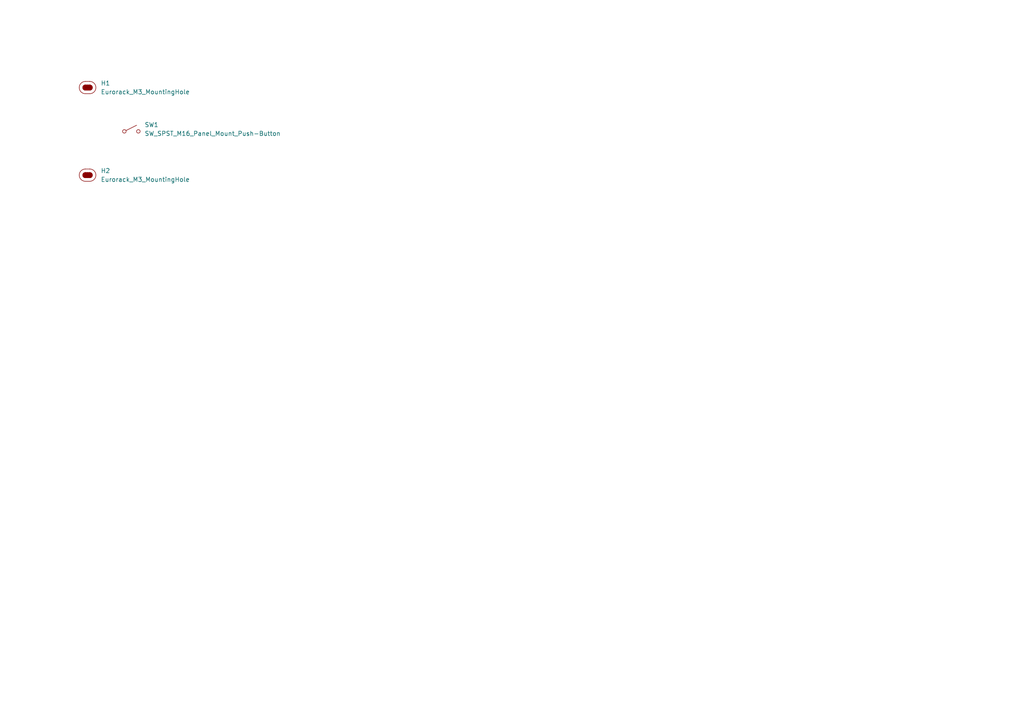
<source format=kicad_sch>
(kicad_sch (version 20250114) (generator "eeschema") (generator_version "9.0")
  (paper "A4")
  (lib_symbols
    (symbol "EXC:Eurorack_M3_MountingHole" (pin_names (offset 1.016))
      (property "Reference" "H" (at 0 5.08 0))
      (property "Value" "Eurorack_M3_MountingHole" (at 0 3.175 0))
      (symbol "Eurorack_M3_MountingHole_0_1"
        (polyline (pts (xy -0.635 0.762) (xy 0.635 0.762)))
        (circle (center -0.635 0) (radius 0.762) (fill (type outline)))
        (arc (start -0.635 -0.762) (mid -1.397 0) (end -0.635 0.762))
        (arc (start -0.635 -1.778) (mid -2.413 0) (end -0.635 1.778))
        (polyline (pts (xy -0.635 -0.762) (xy 0.635 -0.762)))
        (polyline (pts (xy -0.635 -1.778) (xy 0.635 -1.778)))
        (circle (center 0 0) (radius 0.762) (fill (type outline)))
        (polyline (pts (xy 0.635 1.778) (xy -0.635 1.778)))
        (arc (start 0.6141 1.778) (mid 2.4131 0) (end 0.6141 -1.778))
        (arc (start 0.6227 0.762) (mid 1.3971 0) (end 0.6227 -0.762))
        (circle (center 0.635 0) (radius 0.762) (fill (type outline)))
      )
    )
    (symbol "EXC:SW_SPST-M16_Panel_Mount_Push-Button" (pin_names (offset 0) (hide yes))
      (property "Reference" "SW" (at 0 3.175 0))
      (property "Value" "SW_SPST_M16_Panel_Mount_Push-Button" (at 0 -2.032 0))
      (symbol "SW_SPST-M16_Panel_Mount_Push-Button_0_0"
        (circle (center -2.032 0) (radius 0.508))
        (polyline (pts (xy -1.524 0.254) (xy 1.524 1.778)))
        (circle (center 2.032 0) (radius 0.508))
      )
    )
  )
  (symbol (lib_id "EXC:Eurorack_M3_MountingHole") (at 25.4 50.8 0) (unit 1)
    (property "Reference" "H2" (at 29.21 49.5299 0) (effects (justify left)))
    (property "Value" "Eurorack_M3_MountingHole" (at 29.21 52.0699 0) (effects (justify left)))
    (property "Footprint" "EXC:MountingHole_3.2mm_M3" (effects (hide yes)))
    (property "Description" "Mounting Hole without connection" (effects (hide yes)))
  )
  (symbol (lib_id "EXC:SW_SPST-M16_Panel_Mount_Push-Button") (at 38.1 38.1 0) (unit 1)
    (property "Reference" "SW1" (at 41.91 36.1949 0) (effects (justify left)))
    (property "Value" "SW_SPST_M16_Panel_Mount_Push-Button" (at 41.91 38.7349 0) (effects (justify left)))
    (property "Footprint" "EXC:SW_SPST_M16_Panel_Mount_Push-Button" (effects (hide yes)))
    (property "Datasheet" "https://ae01.alicdn.com/kf/Hb7108e41e3624ebcb499960f1397143a2.jpg" (effects (hide yes)))
    (property "Description" "Single Pole Single-Throw (SPST) M16 panel-mount Push-Button switch" (effects (hide yes)))
    (property "Source" "https://www.aliexpress.com/item/4000830670631.html" (effects (hide yes)))
  )
  (symbol (lib_id "EXC:Eurorack_M3_MountingHole") (at 25.4 25.4 0) (unit 1)
    (property "Reference" "H1" (at 29.21 24.1299 0) (effects (justify left)))
    (property "Value" "Eurorack_M3_MountingHole" (at 29.21 26.6699 0) (effects (justify left)))
    (property "Footprint" "EXC:MountingHole_3.2mm_M3" (effects (hide yes)))
    (property "Description" "Mounting Hole without connection" (effects (hide yes)))
  )
)
</source>
